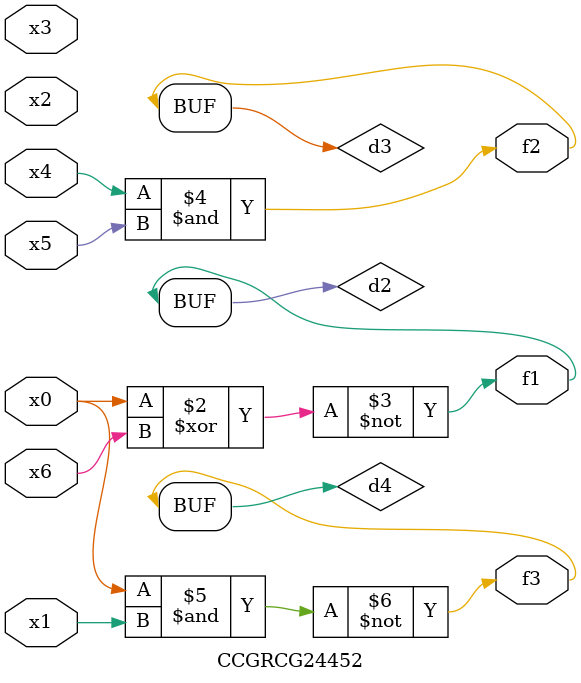
<source format=v>
module CCGRCG24452(
	input x0, x1, x2, x3, x4, x5, x6,
	output f1, f2, f3
);

	wire d1, d2, d3, d4;

	nor (d1, x0);
	xnor (d2, x0, x6);
	and (d3, x4, x5);
	nand (d4, x0, x1);
	assign f1 = d2;
	assign f2 = d3;
	assign f3 = d4;
endmodule

</source>
